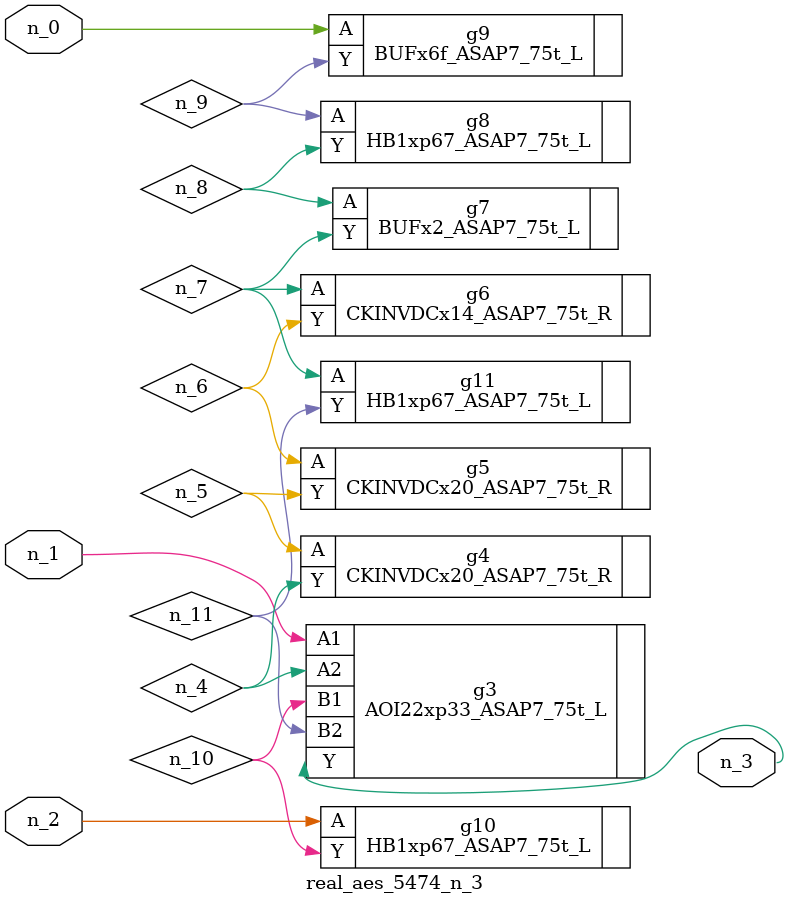
<source format=v>
module real_aes_5474_n_3 (n_0, n_2, n_1, n_3);
input n_0;
input n_2;
input n_1;
output n_3;
wire n_4;
wire n_5;
wire n_7;
wire n_8;
wire n_6;
wire n_9;
wire n_10;
wire n_11;
BUFx6f_ASAP7_75t_L g9 ( .A(n_0), .Y(n_9) );
AOI22xp33_ASAP7_75t_L g3 ( .A1(n_1), .A2(n_4), .B1(n_10), .B2(n_11), .Y(n_3) );
HB1xp67_ASAP7_75t_L g10 ( .A(n_2), .Y(n_10) );
CKINVDCx20_ASAP7_75t_R g4 ( .A(n_5), .Y(n_4) );
CKINVDCx20_ASAP7_75t_R g5 ( .A(n_6), .Y(n_5) );
CKINVDCx14_ASAP7_75t_R g6 ( .A(n_7), .Y(n_6) );
HB1xp67_ASAP7_75t_L g11 ( .A(n_7), .Y(n_11) );
BUFx2_ASAP7_75t_L g7 ( .A(n_8), .Y(n_7) );
HB1xp67_ASAP7_75t_L g8 ( .A(n_9), .Y(n_8) );
endmodule
</source>
